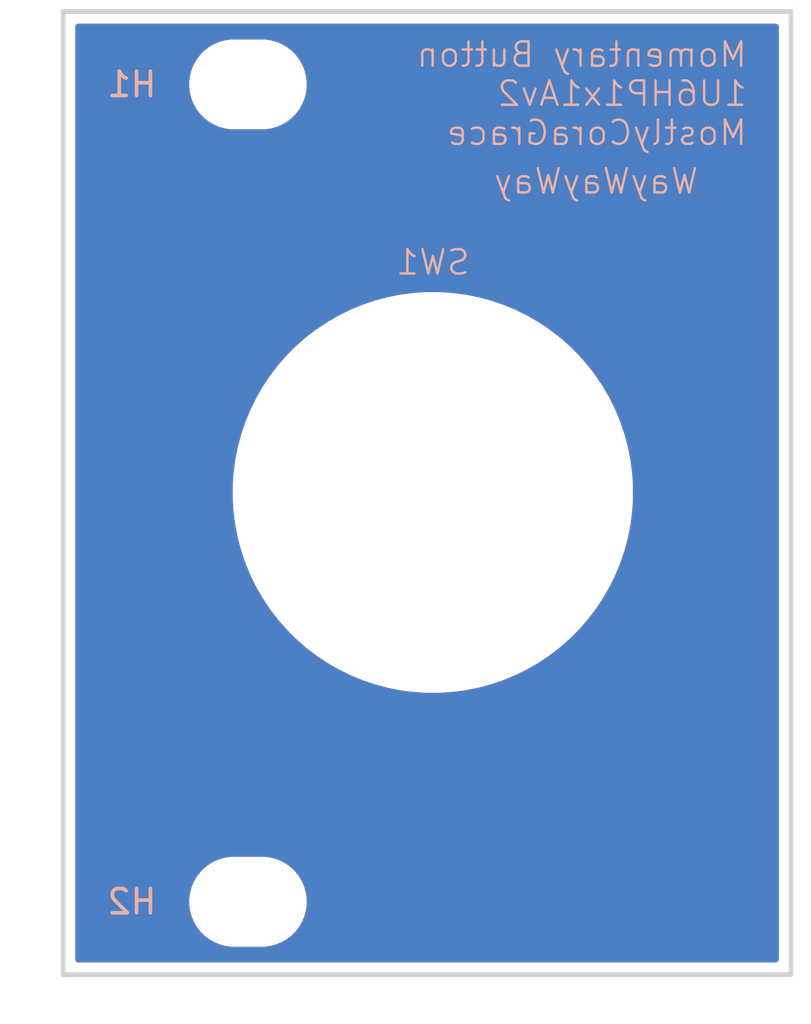
<source format=kicad_pcb>
(kicad_pcb (version 20241229) (generator "pcbnew") (generator_version "9.0")
  (layers (0 "F.Cu" signal) (2 "B.Cu" signal) (13 "F.Paste" user) (15 "B.Paste" user) (5 "F.SilkS" user "F.Silkscreen") (7 "B.SilkS" user "B.Silkscreen") (1 "F.Mask" user) (3 "B.Mask" user) (25 "Edge.Cuts" user))
  (net 0 "")
  (footprint "EXC:MountingHole_3.2mm_M3" (layer "F.Cu") (at 7.62 5.425)
    (property "Reference" "H1" (at -3.683 0 0) (layer "B.SilkS") (effects (justify left mirror)))
    (property "Value" "Eurorack_M3_MountingHole")
    (pad "" np_thru_hole oval (at 0 0) (size 4.34 3.2) (drill oval 4.34 3.2) (layers "*.Cu" "*.Mask"))
  )
  (footprint "EXC:SW_SPST_M16_Panel_Mount_Push-Button" (layer "F.Cu") (at 15.24 22.225)
    (property "Reference" "SW1" (at 0 -9.475 0) (layer "B.SilkS") (effects (font (thickness 0.1)) (justify mirror)))
    (property "Value" "SW_SPST_M16_Panel_Mount_Push-Button")
    (pad "" np_thru_hole circle (at 0 0) (size 16 16) (drill 16) (layers "*.Cu" "*.Mask"))
  )
  (footprint "EXC:MountingHole_3.2mm_M3" (layer "F.Cu") (at 7.62 39.075)
    (property "Reference" "H2" (at -3.683 0 0) (layer "B.SilkS") (effects (justify left mirror)))
    (property "Value" "Eurorack_M3_MountingHole")
    (pad "" np_thru_hole oval (at 0 0) (size 4.34 3.2) (drill oval 4.34 3.2) (layers "*.Cu" "*.Mask"))
  )
  (gr_rect (start 0 2.425) (end 30 42.075) (stroke (width 0.2)) (fill no) (layer "Edge.Cuts"))
  (gr_text "WayWayWay" (at 26.25 10 0) (layer "B.SilkS") (effects (font (size 1 1) (thickness 0.1)) (justify left bottom mirror)))
  (gr_text "Momentary Button\n1U6HP1x1Av2\nMostlyCoraGrace" (at 28.25 8 0) (layer "B.SilkS") (effects (font (size 1 1) (thickness 0.1)) (justify left bottom mirror)))
  (zone (net 0) (net_name "") (layers "F.Cu" "B.Cu") (connect_pads (clearance 0.5)) (min_thickness 0.25) (fill yes (thermal_gap 0.5) (thermal_bridge_width 0.5) (island_removal_mode 1) (island_area_min 10))
    (polygon (pts (xy 0 2.425) (xy 30 2.425) (xy 30 42.075) (xy 0 42.075)))
  )
)
</source>
